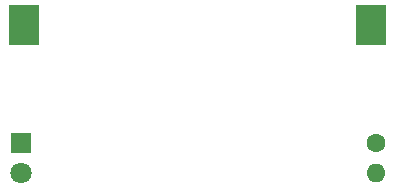
<source format=gbr>
%TF.GenerationSoftware,KiCad,Pcbnew,(6.0.11)*%
%TF.CreationDate,2023-04-20T22:04:15+02:00*%
%TF.ProjectId,NixieTubeSchematic,4e697869-6554-4756-9265-536368656d61,0.1*%
%TF.SameCoordinates,Original*%
%TF.FileFunction,Soldermask,Bot*%
%TF.FilePolarity,Negative*%
%FSLAX46Y46*%
G04 Gerber Fmt 4.6, Leading zero omitted, Abs format (unit mm)*
G04 Created by KiCad (PCBNEW (6.0.11)) date 2023-04-20 22:04:15*
%MOMM*%
%LPD*%
G01*
G04 APERTURE LIST*
%ADD10O,1.600000X1.600000*%
%ADD11C,1.600000*%
%ADD12C,1.800000*%
%ADD13R,1.800000X1.800000*%
%ADD14R,2.540000X3.510000*%
G04 APERTURE END LIST*
D10*
%TO.C,R1*%
X158115000Y-114540000D03*
D11*
X158115000Y-112000000D03*
%TD*%
D12*
%TO.C,D1*%
X128000000Y-114540000D03*
D13*
X128000000Y-112000000D03*
%TD*%
D14*
%TO.C,BT1*%
X157680000Y-102000000D03*
X128320000Y-102000000D03*
%TD*%
M02*

</source>
